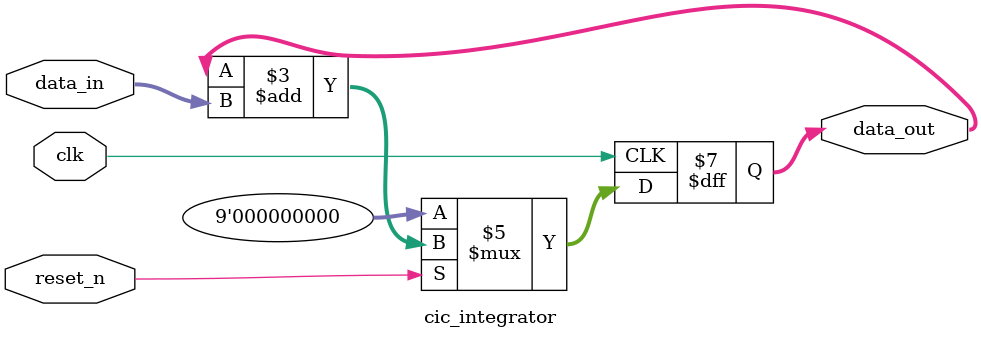
<source format=v>
module cic_integrator #(parameter idw = 8 , odw = 9)(
  input   clk,
  input   reset_n,
  input   signed [idw-1:0] data_in,
  output  reg signed [odw-1:0] data_out
);
always @(posedge clk)
  if (!reset_n)
    data_out <= 'h0;
  else
    data_out <= data_out + data_in;
    
endmodule

</source>
